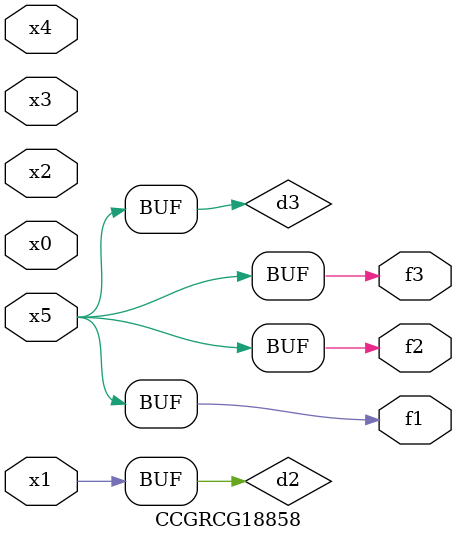
<source format=v>
module CCGRCG18858(
	input x0, x1, x2, x3, x4, x5,
	output f1, f2, f3
);

	wire d1, d2, d3;

	not (d1, x5);
	or (d2, x1);
	xnor (d3, d1);
	assign f1 = d3;
	assign f2 = d3;
	assign f3 = d3;
endmodule

</source>
